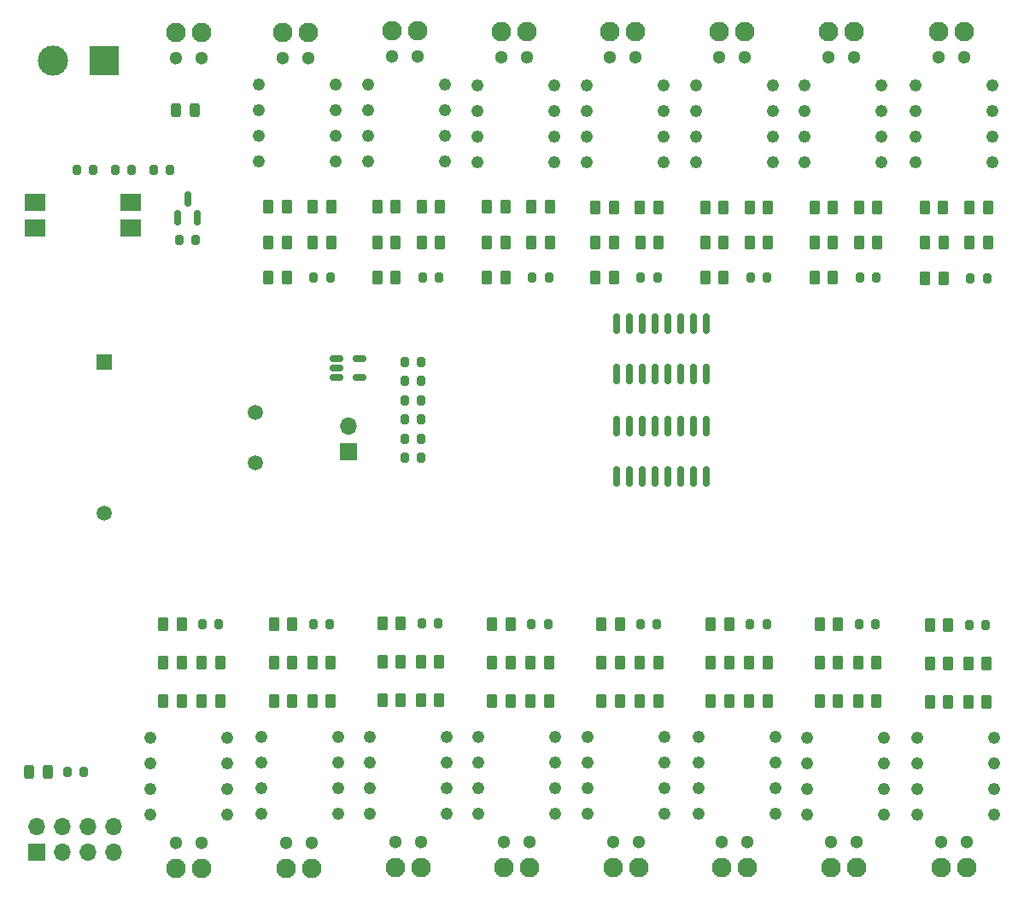
<source format=gbr>
%TF.GenerationSoftware,KiCad,Pcbnew,(6.0.0-0)*%
%TF.CreationDate,2023-01-03T08:47:46+01:00*%
%TF.ProjectId,epanel-energy-monitor,6570616e-656c-42d6-956e-657267792d6d,rev?*%
%TF.SameCoordinates,Original*%
%TF.FileFunction,Soldermask,Top*%
%TF.FilePolarity,Negative*%
%FSLAX46Y46*%
G04 Gerber Fmt 4.6, Leading zero omitted, Abs format (unit mm)*
G04 Created by KiCad (PCBNEW (6.0.0-0)) date 2023-01-03 08:47:46*
%MOMM*%
%LPD*%
G01*
G04 APERTURE LIST*
G04 Aperture macros list*
%AMRoundRect*
0 Rectangle with rounded corners*
0 $1 Rounding radius*
0 $2 $3 $4 $5 $6 $7 $8 $9 X,Y pos of 4 corners*
0 Add a 4 corners polygon primitive as box body*
4,1,4,$2,$3,$4,$5,$6,$7,$8,$9,$2,$3,0*
0 Add four circle primitives for the rounded corners*
1,1,$1+$1,$2,$3*
1,1,$1+$1,$4,$5*
1,1,$1+$1,$6,$7*
1,1,$1+$1,$8,$9*
0 Add four rect primitives between the rounded corners*
20,1,$1+$1,$2,$3,$4,$5,0*
20,1,$1+$1,$4,$5,$6,$7,0*
20,1,$1+$1,$6,$7,$8,$9,0*
20,1,$1+$1,$8,$9,$2,$3,0*%
G04 Aperture macros list end*
%ADD10C,1.217000*%
%ADD11RoundRect,0.250000X0.262500X0.450000X-0.262500X0.450000X-0.262500X-0.450000X0.262500X-0.450000X0*%
%ADD12C,1.300000*%
%ADD13C,1.950000*%
%ADD14RoundRect,0.250000X-0.262500X-0.450000X0.262500X-0.450000X0.262500X0.450000X-0.262500X0.450000X0*%
%ADD15RoundRect,0.200000X0.200000X0.275000X-0.200000X0.275000X-0.200000X-0.275000X0.200000X-0.275000X0*%
%ADD16RoundRect,0.200000X-0.200000X-0.275000X0.200000X-0.275000X0.200000X0.275000X-0.200000X0.275000X0*%
%ADD17RoundRect,0.243750X0.243750X0.456250X-0.243750X0.456250X-0.243750X-0.456250X0.243750X-0.456250X0*%
%ADD18RoundRect,0.150000X0.150000X-0.825000X0.150000X0.825000X-0.150000X0.825000X-0.150000X-0.825000X0*%
%ADD19R,2.000000X1.780000*%
%ADD20RoundRect,0.150000X0.150000X-0.587500X0.150000X0.587500X-0.150000X0.587500X-0.150000X-0.587500X0*%
%ADD21R,1.700000X1.700000*%
%ADD22O,1.700000X1.700000*%
%ADD23R,3.000000X3.000000*%
%ADD24C,3.000000*%
%ADD25RoundRect,0.150000X-0.512500X-0.150000X0.512500X-0.150000X0.512500X0.150000X-0.512500X0.150000X0*%
%ADD26R,1.500000X1.500000*%
%ADD27C,1.500000*%
G04 APERTURE END LIST*
D10*
%TO.C,S2*%
X137876000Y-40481400D03*
X137876000Y-43021400D03*
X137876000Y-45561400D03*
X137876000Y-48101400D03*
X145496000Y-40481400D03*
X145496000Y-43021400D03*
X145496000Y-45561400D03*
X145496000Y-48101400D03*
%TD*%
D11*
%TO.C,R30*%
X162283500Y-52609600D03*
X160458500Y-52609600D03*
%TD*%
%TO.C,R72*%
X152042500Y-93980000D03*
X150217500Y-93980000D03*
%TD*%
%TO.C,R96*%
X195403380Y-94057380D03*
X193578380Y-94057380D03*
%TD*%
%TO.C,R18*%
X140642700Y-52558800D03*
X138817700Y-52558800D03*
%TD*%
%TO.C,R91*%
X184481380Y-97816580D03*
X182656380Y-97816580D03*
%TD*%
D10*
%TO.C,S11*%
X148863000Y-105181400D03*
X148863000Y-107721400D03*
X148863000Y-110261400D03*
X148863000Y-112801400D03*
X156483000Y-105181400D03*
X156483000Y-107721400D03*
X156483000Y-110261400D03*
X156483000Y-112801400D03*
%TD*%
D11*
%TO.C,R97*%
X195403380Y-97867380D03*
X193578380Y-97867380D03*
%TD*%
D12*
%TO.C,J19*%
X194691000Y-115544600D03*
X197231000Y-115544600D03*
D13*
X197231000Y-118084600D03*
X194691000Y-118084600D03*
%TD*%
D11*
%TO.C,R32*%
X162289900Y-59620000D03*
X160464900Y-59620000D03*
%TD*%
%TO.C,R55*%
X119406580Y-97816580D03*
X117581580Y-97816580D03*
%TD*%
%TO.C,R54*%
X119406580Y-94006580D03*
X117581580Y-94006580D03*
%TD*%
D14*
%TO.C,R34*%
X164874900Y-56128000D03*
X166699900Y-56128000D03*
%TD*%
D15*
%TO.C,R35*%
X177477200Y-59620000D03*
X175827200Y-59620000D03*
%TD*%
%TO.C,R11*%
X134144800Y-59569200D03*
X132494800Y-59569200D03*
%TD*%
%TO.C,R9*%
X143192000Y-75560000D03*
X141542000Y-75560000D03*
%TD*%
D11*
%TO.C,R44*%
X183981500Y-59620000D03*
X182156500Y-59620000D03*
%TD*%
D16*
%TO.C,R6*%
X141542000Y-69850000D03*
X143192000Y-69850000D03*
%TD*%
D11*
%TO.C,R12*%
X129822300Y-52558800D03*
X127997300Y-52558800D03*
%TD*%
D15*
%TO.C,R8*%
X143192000Y-77465000D03*
X141542000Y-77465000D03*
%TD*%
D12*
%TO.C,J5*%
X131978400Y-37797600D03*
X129438400Y-37797600D03*
D13*
X129438400Y-35257600D03*
X131978400Y-35257600D03*
%TD*%
D15*
%TO.C,R3*%
X114490000Y-48895000D03*
X112840000Y-48895000D03*
%TD*%
D11*
%TO.C,R80*%
X162840580Y-101626580D03*
X161015580Y-101626580D03*
%TD*%
D17*
%TO.C,D2*%
X120723900Y-43027600D03*
X118848900Y-43027600D03*
%TD*%
D11*
%TO.C,R98*%
X195403380Y-101677380D03*
X193578380Y-101677380D03*
%TD*%
D10*
%TO.C,S3*%
X148747200Y-40506800D03*
X148747200Y-43046800D03*
X148747200Y-45586800D03*
X148747200Y-48126800D03*
X156367200Y-40506800D03*
X156367200Y-43046800D03*
X156367200Y-45586800D03*
X156367200Y-48126800D03*
%TD*%
D11*
%TO.C,R66*%
X141148980Y-93904980D03*
X139323980Y-93904980D03*
%TD*%
%TO.C,R67*%
X141148980Y-97714980D03*
X139323980Y-97714980D03*
%TD*%
%TO.C,R13*%
X129828700Y-56077200D03*
X128003700Y-56077200D03*
%TD*%
D15*
%TO.C,R77*%
X166563080Y-94006580D03*
X164913080Y-94006580D03*
%TD*%
%TO.C,R29*%
X166606000Y-59620000D03*
X164956000Y-59620000D03*
%TD*%
D18*
%TO.C,U2*%
X162560000Y-69150000D03*
X163830000Y-69150000D03*
X165100000Y-69150000D03*
X166370000Y-69150000D03*
X167640000Y-69150000D03*
X168910000Y-69150000D03*
X170180000Y-69150000D03*
X171450000Y-69150000D03*
X171450000Y-64200000D03*
X170180000Y-64200000D03*
X168910000Y-64200000D03*
X167640000Y-64200000D03*
X166370000Y-64200000D03*
X165100000Y-64200000D03*
X163830000Y-64200000D03*
X162560000Y-64200000D03*
%TD*%
D17*
%TO.C,D1*%
X106195100Y-108610400D03*
X104320100Y-108610400D03*
%TD*%
D16*
%TO.C,R10*%
X141542000Y-73655000D03*
X143192000Y-73655000D03*
%TD*%
D10*
%TO.C,S5*%
X170388000Y-40506800D03*
X170388000Y-43046800D03*
X170388000Y-45586800D03*
X170388000Y-48126800D03*
X178008000Y-40506800D03*
X178008000Y-43046800D03*
X178008000Y-45586800D03*
X178008000Y-48126800D03*
%TD*%
D11*
%TO.C,R86*%
X173711780Y-101626580D03*
X171886780Y-101626580D03*
%TD*%
D12*
%TO.C,J2*%
X118872000Y-37848400D03*
X121412000Y-37848400D03*
D13*
X118872000Y-35308400D03*
X121412000Y-35308400D03*
%TD*%
D11*
%TO.C,R90*%
X184481380Y-94006580D03*
X182656380Y-94006580D03*
%TD*%
D12*
%TO.C,J13*%
X129794000Y-115629600D03*
X132334000Y-115629600D03*
D13*
X132334000Y-118169600D03*
X129794000Y-118169600D03*
%TD*%
D14*
%TO.C,R99*%
X197388380Y-97867380D03*
X199213380Y-97867380D03*
%TD*%
%TO.C,R51*%
X197512300Y-52628800D03*
X199337300Y-52628800D03*
%TD*%
%TO.C,R52*%
X197518700Y-56147200D03*
X199343700Y-56147200D03*
%TD*%
D10*
%TO.C,S8*%
X116351000Y-105198000D03*
X116351000Y-107738000D03*
X116351000Y-110278000D03*
X116351000Y-112818000D03*
X123971000Y-105198000D03*
X123971000Y-107738000D03*
X123971000Y-110278000D03*
X123971000Y-112818000D03*
%TD*%
D19*
%TO.C,U1*%
X104861400Y-52171600D03*
X104861400Y-54711600D03*
X114391400Y-54711600D03*
X114391400Y-52171600D03*
%TD*%
D10*
%TO.C,S4*%
X159567600Y-40506800D03*
X159567600Y-43046800D03*
X159567600Y-45586800D03*
X159567600Y-48126800D03*
X167187600Y-40506800D03*
X167187600Y-43046800D03*
X167187600Y-45586800D03*
X167187600Y-48126800D03*
%TD*%
%TO.C,S9*%
X127298400Y-105156000D03*
X127298400Y-107696000D03*
X127298400Y-110236000D03*
X127298400Y-112776000D03*
X134918400Y-105156000D03*
X134918400Y-107696000D03*
X134918400Y-110236000D03*
X134918400Y-112776000D03*
%TD*%
D11*
%TO.C,R84*%
X173711780Y-94006580D03*
X171886780Y-94006580D03*
%TD*%
D20*
%TO.C,Q1*%
X119065000Y-53642500D03*
X120965000Y-53642500D03*
X120015000Y-51767500D03*
%TD*%
D14*
%TO.C,R22*%
X143234100Y-56077200D03*
X145059100Y-56077200D03*
%TD*%
D11*
%TO.C,R92*%
X184481380Y-101626580D03*
X182656380Y-101626580D03*
%TD*%
D14*
%TO.C,R81*%
X164825580Y-97816580D03*
X166650580Y-97816580D03*
%TD*%
D11*
%TO.C,R25*%
X151520300Y-56077200D03*
X149695300Y-56077200D03*
%TD*%
D15*
%TO.C,R7*%
X110680000Y-48895000D03*
X109030000Y-48895000D03*
%TD*%
D12*
%TO.C,J11*%
X194462400Y-37769800D03*
X197002400Y-37769800D03*
D13*
X194462400Y-35229800D03*
X197002400Y-35229800D03*
%TD*%
D14*
%TO.C,R57*%
X121391580Y-97816580D03*
X123216580Y-97816580D03*
%TD*%
D15*
%TO.C,R17*%
X144965200Y-59569200D03*
X143315200Y-59569200D03*
%TD*%
D12*
%TO.C,J6*%
X140258800Y-37696000D03*
X142798800Y-37696000D03*
D13*
X140258800Y-35156000D03*
X142798800Y-35156000D03*
%TD*%
D12*
%TO.C,J17*%
X172974000Y-115544600D03*
X175514000Y-115544600D03*
D13*
X175514000Y-118084600D03*
X172974000Y-118084600D03*
%TD*%
D11*
%TO.C,R60*%
X130379380Y-93955780D03*
X128554380Y-93955780D03*
%TD*%
D10*
%TO.C,S1*%
X127055600Y-40481400D03*
X127055600Y-43021400D03*
X127055600Y-45561400D03*
X127055600Y-48101400D03*
X134675600Y-40481400D03*
X134675600Y-43021400D03*
X134675600Y-45561400D03*
X134675600Y-48101400D03*
%TD*%
D16*
%TO.C,R2*%
X116650000Y-48895000D03*
X118300000Y-48895000D03*
%TD*%
D18*
%TO.C,U3*%
X162560000Y-79310000D03*
X163830000Y-79310000D03*
X165100000Y-79310000D03*
X166370000Y-79310000D03*
X167640000Y-79310000D03*
X168910000Y-79310000D03*
X170180000Y-79310000D03*
X171450000Y-79310000D03*
X171450000Y-74360000D03*
X170180000Y-74360000D03*
X168910000Y-74360000D03*
X167640000Y-74360000D03*
X166370000Y-74360000D03*
X165100000Y-74360000D03*
X163830000Y-74360000D03*
X162560000Y-74360000D03*
%TD*%
D10*
%TO.C,S14*%
X181400400Y-105257600D03*
X181400400Y-107797600D03*
X181400400Y-110337600D03*
X181400400Y-112877600D03*
X189020400Y-105257600D03*
X189020400Y-107797600D03*
X189020400Y-110337600D03*
X189020400Y-112877600D03*
%TD*%
D11*
%TO.C,R43*%
X183981500Y-56128000D03*
X182156500Y-56128000D03*
%TD*%
D21*
%TO.C,J1*%
X105079800Y-116535200D03*
D22*
X105079800Y-113995200D03*
X107619800Y-116535200D03*
X107619800Y-113995200D03*
X110159800Y-116535200D03*
X110159800Y-113995200D03*
X112699800Y-116535200D03*
X112699800Y-113995200D03*
%TD*%
D10*
%TO.C,S12*%
X159658000Y-105156000D03*
X159658000Y-107696000D03*
X159658000Y-110236000D03*
X159658000Y-112776000D03*
X167278000Y-105156000D03*
X167278000Y-107696000D03*
X167278000Y-110236000D03*
X167278000Y-112776000D03*
%TD*%
D15*
%TO.C,R5*%
X143192000Y-67945000D03*
X141542000Y-67945000D03*
%TD*%
%TO.C,R4*%
X120840000Y-55880000D03*
X119190000Y-55880000D03*
%TD*%
D10*
%TO.C,S15*%
X192322400Y-105232200D03*
X192322400Y-107772200D03*
X192322400Y-110312200D03*
X192322400Y-112852200D03*
X199942400Y-105232200D03*
X199942400Y-107772200D03*
X199942400Y-110312200D03*
X199942400Y-112852200D03*
%TD*%
D11*
%TO.C,R85*%
X173711780Y-97816580D03*
X171886780Y-97816580D03*
%TD*%
%TO.C,R36*%
X173154700Y-52609600D03*
X171329700Y-52609600D03*
%TD*%
%TO.C,R14*%
X129828700Y-59569200D03*
X128003700Y-59569200D03*
%TD*%
D14*
%TO.C,R82*%
X164825580Y-101626580D03*
X166650580Y-101626580D03*
%TD*%
D11*
%TO.C,R62*%
X130379380Y-101575780D03*
X128554380Y-101575780D03*
%TD*%
D14*
%TO.C,R40*%
X175746100Y-56128000D03*
X177571100Y-56128000D03*
%TD*%
D11*
%TO.C,R56*%
X119406580Y-101626580D03*
X117581580Y-101626580D03*
%TD*%
%TO.C,R31*%
X162289900Y-56128000D03*
X160464900Y-56128000D03*
%TD*%
D14*
%TO.C,R28*%
X154105300Y-56077200D03*
X155930300Y-56077200D03*
%TD*%
D11*
%TO.C,R74*%
X152042500Y-101600000D03*
X150217500Y-101600000D03*
%TD*%
%TO.C,R61*%
X130379380Y-97765780D03*
X128554380Y-97765780D03*
%TD*%
D14*
%TO.C,R88*%
X175696780Y-101626580D03*
X177521780Y-101626580D03*
%TD*%
%TO.C,R46*%
X186566500Y-56128000D03*
X188391500Y-56128000D03*
%TD*%
D15*
%TO.C,R83*%
X177434280Y-94006580D03*
X175784280Y-94006580D03*
%TD*%
D12*
%TO.C,J7*%
X151079200Y-37769800D03*
X153619200Y-37769800D03*
D13*
X151079200Y-35229800D03*
X153619200Y-35229800D03*
%TD*%
D14*
%TO.C,R76*%
X154027500Y-101600000D03*
X155852500Y-101600000D03*
%TD*%
D12*
%TO.C,J14*%
X140589000Y-115544600D03*
X143129000Y-115544600D03*
D13*
X143129000Y-118084600D03*
X140589000Y-118084600D03*
%TD*%
D14*
%TO.C,R94*%
X186466380Y-101626580D03*
X188291380Y-101626580D03*
%TD*%
D15*
%TO.C,R23*%
X155836400Y-59569200D03*
X154186400Y-59569200D03*
%TD*%
D11*
%TO.C,R68*%
X141148980Y-101524980D03*
X139323980Y-101524980D03*
%TD*%
D14*
%TO.C,R15*%
X132407300Y-52558800D03*
X134232300Y-52558800D03*
%TD*%
D15*
%TO.C,R89*%
X188203880Y-94006580D03*
X186553880Y-94006580D03*
%TD*%
D21*
%TO.C,J3*%
X135987500Y-76835000D03*
D22*
X135987500Y-74295000D03*
%TD*%
D14*
%TO.C,R33*%
X164868500Y-52609600D03*
X166693500Y-52609600D03*
%TD*%
D15*
%TO.C,C1*%
X143192000Y-71755000D03*
X141542000Y-71755000D03*
%TD*%
D23*
%TO.C,J4*%
X111760000Y-38100000D03*
D24*
X106680000Y-38100000D03*
%TD*%
D14*
%TO.C,R58*%
X121391580Y-101626580D03*
X123216580Y-101626580D03*
%TD*%
%TO.C,R100*%
X197388380Y-101677380D03*
X199213380Y-101677380D03*
%TD*%
D15*
%TO.C,R71*%
X155765000Y-93980000D03*
X154115000Y-93980000D03*
%TD*%
D11*
%TO.C,R19*%
X140649100Y-56077200D03*
X138824100Y-56077200D03*
%TD*%
D14*
%TO.C,R64*%
X132364380Y-101575780D03*
X134189380Y-101575780D03*
%TD*%
D11*
%TO.C,R79*%
X162840580Y-97816580D03*
X161015580Y-97816580D03*
%TD*%
D14*
%TO.C,R93*%
X186466380Y-97816580D03*
X188291380Y-97816580D03*
%TD*%
D12*
%TO.C,J15*%
X153924000Y-115544600D03*
X151384000Y-115544600D03*
D13*
X153924000Y-118084600D03*
X151384000Y-118084600D03*
%TD*%
D14*
%TO.C,R45*%
X186560100Y-52609600D03*
X188385100Y-52609600D03*
%TD*%
%TO.C,R39*%
X175739700Y-52609600D03*
X177564700Y-52609600D03*
%TD*%
D11*
%TO.C,R50*%
X194933700Y-59639200D03*
X193108700Y-59639200D03*
%TD*%
%TO.C,R38*%
X173161100Y-59620000D03*
X171336100Y-59620000D03*
%TD*%
D14*
%TO.C,R87*%
X175696780Y-97816580D03*
X177521780Y-97816580D03*
%TD*%
D15*
%TO.C,R1*%
X109740200Y-108610400D03*
X108090200Y-108610400D03*
%TD*%
D11*
%TO.C,R24*%
X151513900Y-52558800D03*
X149688900Y-52558800D03*
%TD*%
D14*
%TO.C,R75*%
X154027500Y-97790000D03*
X155852500Y-97790000D03*
%TD*%
D15*
%TO.C,R47*%
X199249800Y-59639200D03*
X197599800Y-59639200D03*
%TD*%
%TO.C,R95*%
X199125880Y-94057380D03*
X197475880Y-94057380D03*
%TD*%
D11*
%TO.C,R48*%
X194927300Y-52628800D03*
X193102300Y-52628800D03*
%TD*%
D12*
%TO.C,J12*%
X121386600Y-115671600D03*
X118846600Y-115671600D03*
D13*
X121386600Y-118211600D03*
X118846600Y-118211600D03*
%TD*%
D11*
%TO.C,R37*%
X173161100Y-56128000D03*
X171336100Y-56128000D03*
%TD*%
D12*
%TO.C,J16*%
X162179000Y-115544600D03*
X164719000Y-115544600D03*
D13*
X164719000Y-118084600D03*
X162179000Y-118084600D03*
%TD*%
D15*
%TO.C,R53*%
X123129080Y-94006580D03*
X121479080Y-94006580D03*
%TD*%
D10*
%TO.C,S13*%
X170630800Y-105181400D03*
X170630800Y-107721400D03*
X170630800Y-110261400D03*
X170630800Y-112801400D03*
X178250800Y-105181400D03*
X178250800Y-107721400D03*
X178250800Y-110261400D03*
X178250800Y-112801400D03*
%TD*%
%TO.C,S7*%
X192155800Y-40557600D03*
X192155800Y-43097600D03*
X192155800Y-45637600D03*
X192155800Y-48177600D03*
X199775800Y-40557600D03*
X199775800Y-43097600D03*
X199775800Y-45637600D03*
X199775800Y-48177600D03*
%TD*%
D14*
%TO.C,R21*%
X143227700Y-52558800D03*
X145052700Y-52558800D03*
%TD*%
D10*
%TO.C,S6*%
X181208400Y-40506800D03*
X181208400Y-43046800D03*
X181208400Y-45586800D03*
X181208400Y-48126800D03*
X188828400Y-40506800D03*
X188828400Y-43046800D03*
X188828400Y-45586800D03*
X188828400Y-48126800D03*
%TD*%
D14*
%TO.C,R27*%
X154098900Y-52558800D03*
X155923900Y-52558800D03*
%TD*%
D15*
%TO.C,R41*%
X188297600Y-59620000D03*
X186647600Y-59620000D03*
%TD*%
D14*
%TO.C,R70*%
X143133980Y-101524980D03*
X144958980Y-101524980D03*
%TD*%
%TO.C,R63*%
X132364380Y-97765780D03*
X134189380Y-97765780D03*
%TD*%
D12*
%TO.C,J18*%
X186309000Y-115544600D03*
X183769000Y-115544600D03*
D13*
X186309000Y-118084600D03*
X183769000Y-118084600D03*
%TD*%
D11*
%TO.C,R20*%
X140649100Y-59569200D03*
X138824100Y-59569200D03*
%TD*%
D14*
%TO.C,R16*%
X132413700Y-56077200D03*
X134238700Y-56077200D03*
%TD*%
D12*
%TO.C,J9*%
X175260000Y-37769800D03*
X172720000Y-37769800D03*
D13*
X172720000Y-35229800D03*
X175260000Y-35229800D03*
%TD*%
D12*
%TO.C,J8*%
X161848800Y-37769800D03*
X164388800Y-37769800D03*
D13*
X161848800Y-35229800D03*
X164388800Y-35229800D03*
%TD*%
D14*
%TO.C,R69*%
X143133980Y-97714980D03*
X144958980Y-97714980D03*
%TD*%
D11*
%TO.C,R42*%
X183975100Y-52609600D03*
X182150100Y-52609600D03*
%TD*%
D15*
%TO.C,R59*%
X134101880Y-93955780D03*
X132451880Y-93955780D03*
%TD*%
D11*
%TO.C,R73*%
X152042500Y-97790000D03*
X150217500Y-97790000D03*
%TD*%
%TO.C,R26*%
X151520300Y-59569200D03*
X149695300Y-59569200D03*
%TD*%
D25*
%TO.C,U4*%
X134752500Y-67630000D03*
X134752500Y-68580000D03*
X134752500Y-69530000D03*
X137027500Y-69530000D03*
X137027500Y-67630000D03*
%TD*%
D11*
%TO.C,R78*%
X162840580Y-94006580D03*
X161015580Y-94006580D03*
%TD*%
D15*
%TO.C,R65*%
X144871480Y-93904980D03*
X143221480Y-93904980D03*
%TD*%
D26*
%TO.C,T1*%
X111760000Y-67945000D03*
D27*
X111760000Y-82945000D03*
X126760000Y-72945000D03*
X126760000Y-77945000D03*
%TD*%
D11*
%TO.C,R49*%
X194933700Y-56147200D03*
X193108700Y-56147200D03*
%TD*%
D10*
%TO.C,S10*%
X138068000Y-105156000D03*
X138068000Y-107696000D03*
X138068000Y-110236000D03*
X138068000Y-112776000D03*
X145688000Y-105156000D03*
X145688000Y-107696000D03*
X145688000Y-110236000D03*
X145688000Y-112776000D03*
%TD*%
D12*
%TO.C,J10*%
X186080400Y-37769800D03*
X183540400Y-37769800D03*
D13*
X183540400Y-35229800D03*
X186080400Y-35229800D03*
%TD*%
M02*

</source>
